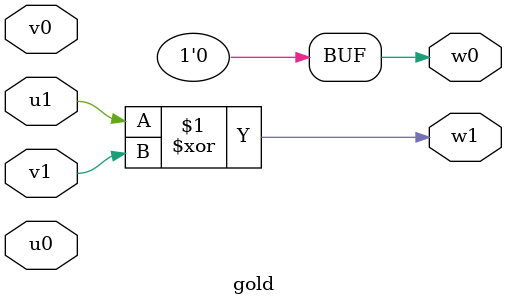
<source format=sv>

module foo (input logic a, input logic b, output logic c);
  parameter doit = 1;

  // Magic happens here...
endmodule

module bar (input a, input b, output c);
  parameter doit = 1;

  assign c = doit ? a ^ b : 0;
endmodule

module act (input u0, input v0, output w0,
            input u1, input v1, output w1);
  foo #(.doit (0)) foo0 (.a (u0), .b (v0), .c (w0));
  foo #(.doit (1)) foo1 (.a (u1), .b (v1), .c (w1));

  bind foo bar #(.doit (doit)) bound_i (.*);
endmodule

module gold (input u0, input v0, output w0,
             input u1, input v1, output w1);
  assign w0 = 0;
  assign w1 = u1 ^ v1;
endmodule

</source>
